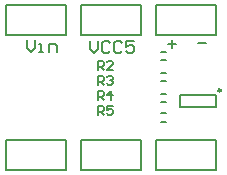
<source format=gto>
%FSLAX24Y24*%
%MOIN*%
G70*
G01*
G75*
G04 Layer_Color=65535*
%ADD10R,0.0500X0.0299*%
%ADD11R,0.0315X0.0354*%
%ADD12R,0.0244X0.0480*%
%ADD13R,0.0276X0.0354*%
%ADD14C,0.0200*%
%ADD15C,0.0591*%
%ADD16C,0.0492*%
%ADD17R,0.0354X0.0315*%
%ADD18R,0.0354X0.0276*%
%ADD19R,0.0512X0.0236*%
%ADD20C,0.0100*%
%ADD21C,0.0050*%
%ADD22C,0.0079*%
%ADD23C,0.0080*%
D20*
X17398Y12904D02*
G03*
X17398Y12904I-39J0D01*
G01*
D21*
X15250Y11250D02*
X17250D01*
X15250Y10250D02*
X17250D01*
X15250D02*
Y11250D01*
X17250Y10250D02*
Y11250D01*
X12750D02*
X14750D01*
X12750Y10250D02*
X14750D01*
X12750D02*
Y11250D01*
X14750Y10250D02*
Y11250D01*
X12750Y15750D02*
X14750D01*
X12750Y14750D02*
X14750D01*
X12750D02*
Y15750D01*
X14750Y14750D02*
Y15750D01*
X15250D02*
X17250D01*
X15250Y14750D02*
X17250D01*
X15250D02*
Y15750D01*
X17250Y14750D02*
Y15750D01*
X10250Y11250D02*
X12250D01*
X10250Y10250D02*
X12250D01*
X10250D02*
Y11250D01*
X12250Y10250D02*
Y11250D01*
X10250Y15750D02*
X12250D01*
X10250Y14750D02*
X12250D01*
X10250D02*
Y15750D01*
X12250Y14750D02*
Y15750D01*
X13300Y13600D02*
Y13900D01*
X13450D01*
X13500Y13850D01*
Y13750D01*
X13450Y13700D01*
X13300D01*
X13400D02*
X13500Y13600D01*
X13800D02*
X13600D01*
X13800Y13800D01*
Y13850D01*
X13750Y13900D01*
X13650D01*
X13600Y13850D01*
X13300Y13100D02*
Y13400D01*
X13450D01*
X13500Y13350D01*
Y13250D01*
X13450Y13200D01*
X13300D01*
X13400D02*
X13500Y13100D01*
X13600Y13350D02*
X13650Y13400D01*
X13750D01*
X13800Y13350D01*
Y13300D01*
X13750Y13250D01*
X13700D01*
X13750D01*
X13800Y13200D01*
Y13150D01*
X13750Y13100D01*
X13650D01*
X13600Y13150D01*
X13300Y12600D02*
Y12900D01*
X13450D01*
X13500Y12850D01*
Y12750D01*
X13450Y12700D01*
X13300D01*
X13400D02*
X13500Y12600D01*
X13750D02*
Y12900D01*
X13600Y12750D01*
X13800D01*
X13300Y12100D02*
Y12400D01*
X13450D01*
X13500Y12350D01*
Y12250D01*
X13450Y12200D01*
X13300D01*
X13400D02*
X13500Y12100D01*
X13800Y12400D02*
X13600D01*
Y12250D01*
X13700Y12300D01*
X13750D01*
X13800Y12250D01*
Y12150D01*
X13750Y12100D01*
X13650D01*
X13600Y12150D01*
D22*
X17241Y12353D02*
Y12747D01*
X16059D02*
X17241D01*
X16059Y12353D02*
Y12747D01*
Y12353D02*
X17241D01*
X15421Y14188D02*
X15579D01*
X15421Y13912D02*
X15579D01*
X15421Y13488D02*
X15579D01*
X15421Y13212D02*
X15579D01*
X15421Y12788D02*
X15579D01*
X15421Y12512D02*
X15579D01*
X15421Y12138D02*
X15579D01*
X15421Y11862D02*
X15579D01*
D23*
X10950Y14600D02*
Y14333D01*
X11083Y14200D01*
X11217Y14333D01*
Y14600D01*
X11350Y14200D02*
X11483D01*
X11417D01*
Y14467D01*
X11350D01*
X11683Y14200D02*
Y14467D01*
X11883D01*
X11950Y14400D01*
Y14200D01*
X13050Y14550D02*
Y14283D01*
X13183Y14150D01*
X13317Y14283D01*
Y14550D01*
X13716Y14483D02*
X13650Y14550D01*
X13517D01*
X13450Y14483D01*
Y14217D01*
X13517Y14150D01*
X13650D01*
X13716Y14217D01*
X14116Y14483D02*
X14050Y14550D01*
X13916D01*
X13850Y14483D01*
Y14217D01*
X13916Y14150D01*
X14050D01*
X14116Y14217D01*
X14516Y14550D02*
X14250D01*
Y14350D01*
X14383Y14417D01*
X14450D01*
X14516Y14350D01*
Y14217D01*
X14450Y14150D01*
X14316D01*
X14250Y14217D01*
X15900Y14450D02*
X15633D01*
X15767Y14583D02*
Y14317D01*
X16900Y14500D02*
X16633D01*
M02*

</source>
